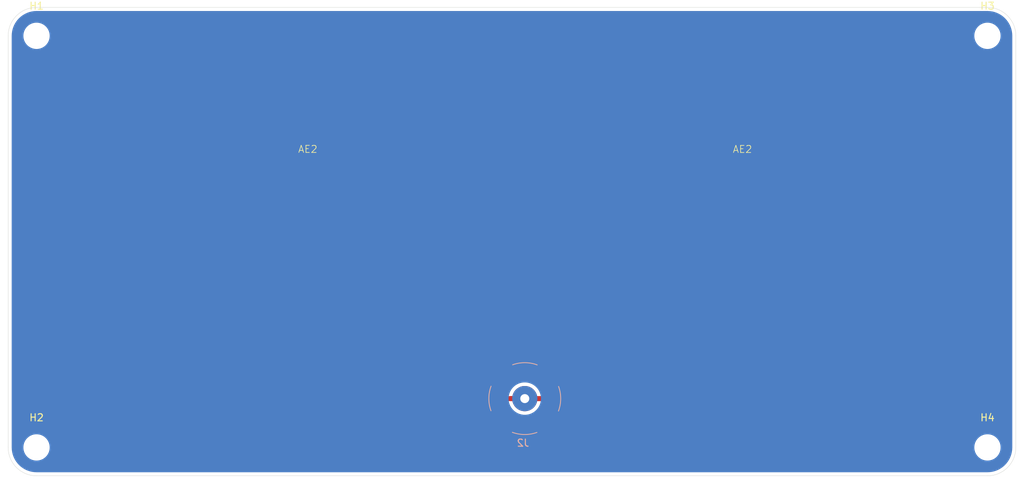
<source format=kicad_pcb>
(kicad_pcb (version 20241229) (generator "pcbnew") (generator_version "9.0")
  (layers (0 "F.Cu" signal) (2 "B.Cu" signal) (13 "F.Paste" user) (15 "B.Paste" user) (5 "F.SilkS" user "F.Silkscreen") (7 "B.SilkS" user "B.Silkscreen") (1 "F.Mask" user) (3 "B.Mask" user) (25 "Edge.Cuts" user))
  (net 0 "")
  (net 1 "GND")
  (net 2 "Net-(AE1-A)")
  (net 3 "Net-(AE2-A)")
  (footprint "MountingHole:MountingHole_3.2mm_M3" (layer "F.Cu") (at 211 121)
    (property "Reference" "H4" (at 0 -4.2 0) (layer "F.SilkS"))
    (property "Value" "MountingHole")
    (pad "" np_thru_hole circle (at 0 0) (size 3.2 3.2) (drill 3.2) (layers "*.Cu" "*.Mask"))
  )
  (footprint "MountingHole:MountingHole_3.2mm_M3" (layer "F.Cu") (at 211 63)
    (property "Reference" "H3" (at 0 -4.2 0) (layer "F.SilkS"))
    (property "Value" "MountingHole")
    (pad "" np_thru_hole circle (at 0 0) (size 3.2 3.2) (drill 3.2) (layers "*.Cu" "*.Mask"))
  )
  (footprint "Patch_Antenna:Patch_Antenna_2G4Hz" (layer "F.Cu") (at 115.225 79.47125)
    (property "Reference" "AE2" (at 0 -0.5 0) (layer "F.SilkS") (effects (font (thickness 0.1))))
    (property "Value" "Antenna")
    (fp_rect (start -0.05 34.4) (end 30.675 34.9) (stroke (width 0.2)) (fill yes) (layer "F.Cu"))
    (fp_poly (pts (xy -18.4744 -9.2652) (xy 18.78 -9.2652) (xy 18.78 18.86552) (xy 1.382 18.86552) (xy 1.382 10.14712) (xy 0.2484 10.14712) (xy 0.2484 34.9) (xy -0.2484 34.9) (xy -0.2484 10.14072) (xy -1.382 10.14072) (xy -1.382 18.86552) (xy -18.4744 18.86552)) (stroke (width 0.2)) (fill yes) (layer "F.Cu"))
    (pad "1" smd roundrect (at 29.62 34.65) (size 2.3 0.6975) (layers "F.Cu" "F.Mask" "F.Paste") (roundrect_rratio 0.15))
  )
  (footprint "Patch_Antenna:Patch_Antenna_2G4Hz" (layer "F.Cu") (at 176.475 79.48)
    (property "Reference" "AE2" (at 0 -0.5 0) (layer "F.SilkS") (effects (font (thickness 0.1))))
    (property "Value" "Antenna")
    (fp_rect (start -31.265 34.39) (end -0.07 34.9) (stroke (width 0.2)) (fill yes) (layer "F.Cu"))
    (fp_poly (pts (xy -18.6744 -9.2652) (xy 18.83 -9.2652) (xy 18.83 18.86552) (xy 1.382 18.86552) (xy 1.382 10.08712) (xy 0.2484 10.08712) (xy 0.2484 34.9) (xy -0.2484 34.9) (xy -0.2484 10.10072) (xy -1.382 10.10072) (xy -1.382 18.86552) (xy -18.6744 18.86552)) (stroke (width 0.2)) (fill yes) (layer "F.Cu"))
    (pad "1" smd roundrect (at -30.1925 34.646875) (size 2.295 0.69375) (layers "F.Cu" "F.Mask" "F.Paste") (roundrect_rratio 0.15) (net 3 "Net-(AE2-A)"))
  )
  (footprint "MountingHole:MountingHole_3.2mm_M3" (layer "F.Cu") (at 77 63)
    (property "Reference" "H1" (at 0 -4.2 0) (layer "F.SilkS"))
    (property "Value" "MountingHole")
    (pad "" np_thru_hole circle (at 0 0) (size 3.2 3.2) (drill 3.2) (layers "*.Cu" "*.Mask"))
  )
  (footprint "LOGO" (layer "F.Cu") (at 93 117.5)
    (property "Reference" "G***" (hide yes))
    (property "Value" "LOGO" (hide yes))
  )
  (footprint "MountingHole:MountingHole_3.2mm_M3" (layer "F.Cu") (at 77 121)
    (property "Reference" "H2" (at 0 -4.2 0) (layer "F.SilkS"))
    (property "Value" "MountingHole")
    (pad "" np_thru_hole circle (at 0 0) (size 3.2 3.2) (drill 3.2) (layers "*.Cu" "*.Mask"))
  )
  (footprint "Connector_Coaxial:BNC_TEConnectivity_1478204_Vertical" (layer "B.Cu") (at 145.8 114.12125)
    (property "Reference" "J2" (at -0.25 6.25 180) (layer "B.SilkS") (effects (justify mirror)))
    (property "Value" "Conn_Coaxial")
    (fp_arc (start -4.763589 1.712663) (mid -5.062075 -0.019867) (end -4.75 -1.75) (stroke (width 0.12)) (layer "B.SilkS"))
    (fp_arc (start -1.712663 -4.763589) (mid 0.019867 -5.062075) (end 1.75 -4.75) (stroke (width 0.12)) (layer "B.SilkS"))
    (fp_arc (start 1.712663 4.763589) (mid -0.019867 5.062075) (end -1.75 4.75) (stroke (width 0.12)) (layer "B.SilkS"))
    (fp_arc (start 4.763589 -1.712663) (mid 5.062075 0.019867) (end 4.75 1.75) (stroke (width 0.12)) (layer "B.SilkS"))
    (pad "1" thru_hole circle (at 0 0) (size 3.556 3.556) (drill 1.27) (layers "*.Cu" "*.Mask") (net 3 "Net-(AE2-A)") (padstack (mode custom) (layer "B.Cu" (shape circle) (size 3.556 3.556) (clearance 10))))
  )
  (gr_line (start 215 63) (end 215 121) (stroke (width 0.05)) (layer "Edge.Cuts"))
  (gr_line (start 77 59) (end 211 59) (stroke (width 0.05)) (layer "Edge.Cuts"))
  (gr_line (start 77 125) (end 211 125) (stroke (width 0.05)) (layer "Edge.Cuts"))
  (gr_arc (start 215 121) (mid 213.828427 123.828427) (end 211 125) (stroke (width 0.05)) (layer "Edge.Cuts"))
  (gr_arc (start 211 59) (mid 213.828427 60.171573) (end 215 63) (stroke (width 0.05)) (layer "Edge.Cuts"))
  (gr_line (start 73 121) (end 73 63) (stroke (width 0.05)) (layer "Edge.Cuts"))
  (gr_arc (start 77 125) (mid 74.171573 123.828427) (end 73 121) (stroke (width 0.05)) (layer "Edge.Cuts"))
  (gr_arc (start 73 63) (mid 74.171573 60.171573) (end 77 59) (stroke (width 0.05)) (layer "Edge.Cuts"))
  (segment (start 120.15 121.2924) (end 120.175 121.3174) (width 0.2) (layer "F.Cu") (net 2))
  (zone (net 1) (net_name "GND") (layer "B.Cu") (connect_pads yes (clearance 0.5)) (min_thickness 0.25) (fill yes (thermal_gap 0.5) (thermal_bridge_width 0.5) (island_removal_mode 1) (island_area_min 10))
    (polygon (pts (xy 73 58.66) (xy 215 58.66) (xy 215 125.02) (xy 73 125.02)))
  )
)
</source>
